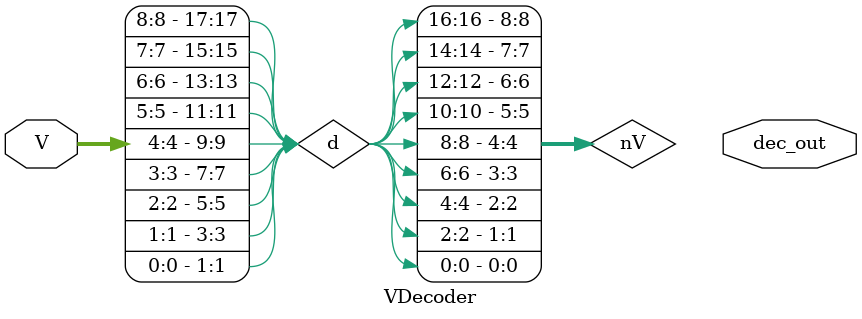
<source format=v>


module HVDecoder (
	H_in, V_in, VB, BLNK,
	HPLA_out, VPLA_out);

	input [8:0] H_in;
	input [8:0] V_in;
	input VB;
	input BLNK;

	output [23:0] HPLA_out;
	output [9:0] VPLA_out;

	HDecoder hpla (.H(H_in), .VB(VB), .BLNK(BLNK), .dec_out(HPLA_out) );
	VDecoder vpla (.V(V_in), .dec_out(VPLA_out) );

endmodule // HVDecoder

module HDecoder (H, VB, BLNK, dec_out);

	input [8:0] H;
	input VB;
	input BLNK;

	output [23:0] dec_out;

	wire [8:0] nH;
	assign nH = ~H;

	wire [19:0] d;
	assign d = {H[8],nH[8],H[7],nH[7],H[6],nH[6],H[5],nH[5],H[4],nH[4],H[3],nH[3],H[2],nH[2],H[1],nH[1],H[0],nH[0],VB,BLNK};

`ifdef RP2C02

	assign dec_out[0] = ~|{d[2],d[4],d[6],d[9],d[10],d[13],d[15],d[17],d[18]};
	assign dec_out[1] = ~|{d[3],d[5],d[7],d[9],d[11],d[13],d[15],d[17],d[18]};
	assign dec_out[2] = ~|{d[0],d[2],d[5],d[7],d[9],d[11],d[13],d[14],d[17],d[19]};
	assign dec_out[3] = ~|{d[9],d[11],d[13],d[15],d[17]};
	assign dec_out[4] = ~|{d[1],d[19]};
	assign dec_out[5] = ~|{d[0],d[2],d[4],d[7],d[9],d[10],d[13],d[14],d[17],d[18]};
	assign dec_out[6] = ~|{d[0],d[2],d[4],d[6],d[8],d[10],d[12],d[15],d[17],d[19]};
	assign dec_out[7] = ~|{d[0],d[2],d[4],d[6],d[8],d[10],d[12],d[14],d[16]};
	assign dec_out[8] = ~|{d[0],d[15],d[17],d[19]};
	assign dec_out[9] = ~|{d[0],d[15],d[17],d[18]};
	assign dec_out[10] = ~|{d[0],d[1],d[19]};
	assign dec_out[11] = ~|{d[0],d[5],d[7]};
	assign dec_out[12] = ~|{d[4],d[6]};
	assign dec_out[13] = ~|{d[5],d[6]};
	assign dec_out[14] = ~|{d[0],d[11],d[13],d[14],d[18]};
	assign dec_out[15] = ~|{d[0],d[19]};
	assign dec_out[16] = ~|{d[4],d[7]};
	assign dec_out[17] = ~|{d[3],d[4],d[6],d[8],d[11],d[13],d[15],d[17],d[18]};
	assign dec_out[18] = ~|{d[3],d[5],d[7],d[8],d[11],d[13],d[14],d[17],d[18]};
	assign dec_out[19] = ~|{d[2],d[4],d[6],d[9],d[10],d[13],d[15],d[17],d[18]};
	assign dec_out[20] = ~|{d[3],d[5],d[7],d[9],d[10],d[12],d[15],d[17],d[18]};
	assign dec_out[21] = ~|{d[2],d[4],d[7],d[9],d[11],d[13],d[14],d[17],d[18]};
	assign dec_out[22] = ~|{d[3],d[5],d[6],d[9],d[10],d[12],d[15],d[17],d[18]};
	assign dec_out[23] = ~|{d[3],d[5],d[6],d[9],d[10],d[13],d[14],d[17],d[18]};

`elsif RP2C07

	assign dec_out[0] = ~|{d[2],d[5],d[6],d[9],d[10],d[13],d[15],d[17],d[18]};
	assign dec_out[1] = ~|{d[3],d[5],d[7],d[9],d[11],d[13],d[15],d[17],d[18]};
	assign dec_out[2] = ~|{d[0],d[2],d[5],d[7],d[9],d[11],d[13],d[14],d[17],d[19]};
	assign dec_out[3] = ~|{d[9],d[11],d[13],d[15],d[17]};
	assign dec_out[4] = ~|{d[1],d[19]};
	assign dec_out[5] = ~|{d[0],d[2],d[4],d[7],d[9],d[10],d[13],d[14],d[17],d[18]};
	assign dec_out[6] = ~|{d[0],d[2],d[4],d[6],d[8],d[10],d[12],d[15],d[17],d[19]};
	assign dec_out[7] = ~|{d[0],d[2],d[4],d[6],d[8],d[10],d[12],d[14],d[16]};
	assign dec_out[8] = ~|{d[0],d[15],d[17],d[19]};
	assign dec_out[9] = ~|{d[0],d[15],d[17],d[18]};
	assign dec_out[10] = ~|{d[0],d[1],d[19]};
	assign dec_out[11] = ~|{d[0],d[5],d[7]};
	assign dec_out[12] = ~|{d[4],d[6]};
	assign dec_out[13] = ~|{d[5],d[6]};
	assign dec_out[14] = ~|{d[0],d[11],d[13],d[14],d[18]};
	assign dec_out[15] = ~|{d[0],d[19]};
	assign dec_out[16] = ~|{d[4],d[7]};
	assign dec_out[17] = ~|{d[3],d[5],d[7],d[9],d[11],d[13],d[15],d[17],d[18]};
	assign dec_out[18] = ~|{d[3],d[5],d[6],d[9],d[11],d[13],d[15],d[17],d[19]};
	assign dec_out[19] = ~|{d[2],d[5],d[6],d[9],d[10],d[13],d[15],d[17],d[18]};
	assign dec_out[20] = ~|{d[3],d[4],d[6],d[8],d[11],d[12],d[15],d[17],d[18]};
	assign dec_out[21] = ~|{d[2],d[5],d[7],d[9],d[11],d[13],d[14],d[17],d[18]};
	assign dec_out[22] = ~|{d[3],d[4],d[7],d[9],d[10],d[12],d[15],d[17],d[18]};
	assign dec_out[23] = ~|{d[3],d[5],d[6],d[9],d[10],d[13],d[14],d[17],d[18]};

`else
`endif

endmodule // HDecoder

module VDecoder (V, dec_out);

	input [8:0] V;
	output [9:0] dec_out;

	wire [8:0] nV;
	assign nV = ~V;

	wire [17:0] d;
	assign d = {V[8],nV[8],V[7],nV[7],V[6],nV[6],V[5],nV[5],V[4],nV[4],V[3],nV[3],V[2],nV[2],V[1],nV[1],V[0],nV[0]};

`ifdef RP2C02

	assign dec_out[0] = ~|{d[0],d[2],d[4],d[7],d[8],d[10],d[12],d[14]};
	assign dec_out[1] = ~|{d[1],d[3],d[4],d[7],d[8],d[10],d[12],d[14]};
	assign dec_out[2] = ~|{d[0],d[3],d[4],d[7],d[9],d[11],d[13],d[15],d[16]};
	assign dec_out[3] = ~|{d[0],d[3],d[5],d[7],d[8],d[10],d[12],d[14]};
	assign dec_out[4] = ~|{d[0],d[3],d[5],d[7],d[8],d[10],d[12],d[14]};
	assign dec_out[5] = ~|{d[1],d[3],d[5],d[7],d[9],d[11],d[13],d[15],d[17]};
	assign dec_out[6] = ~|{d[1],d[3],d[5],d[7],d[8],d[10],d[12],d[14]};
	assign dec_out[7] = ~|{d[0],d[3],d[4],d[7],d[9],d[11],d[13],d[15],d[16]};
	assign dec_out[8] = ~|{d[0],d[3],d[4],d[7],d[9],d[11],d[13],d[15],d[16]};
	assign dec_out[9] = 1'b0; 		// Not present in NTSC PPUs

`elsif RP2C07

	assign dec_out[0] = ~|{d[1],d[3],d[5],d[7],d[8],d[11],d[13],d[15],d[16]};
	assign dec_out[1] = ~|{d[0],d[3],d[4],d[6],d[9],d[11],d[13],d[15],d[16]};
	assign dec_out[2] = ~|{d[0],d[3],d[5],d[7],d[9],d[11],d[13],d[15],d[17]};
	assign dec_out[3] = ~|{d[1],d[3],d[5],d[7],d[8],d[10],d[12],d[14]};
	assign dec_out[4] = ~|{d[0],d[3],d[5],d[7],d[8],d[10],d[12],d[14]};
	assign dec_out[5] = ~|{d[1],d[3],d[5],d[7],d[9],d[11],d[13],d[15],d[17]};
	assign dec_out[6] = ~|{d[1],d[3],d[5],d[7],d[8],d[10],d[12],d[14]};
	assign dec_out[7] = ~|{d[0],d[2],d[4],d[7],d[8],d[10],d[13],d[15],d[16]};
	assign dec_out[8] = ~|{d[0],d[2],d[4],d[7],d[8],d[10],d[13],d[15],d[16]};
	assign dec_out[9] = ~|{d[0],d[3],d[5],d[6],d[9],d[11],d[13],d[15],d[16]};

`else
`endif

endmodule // VDecoder

</source>
